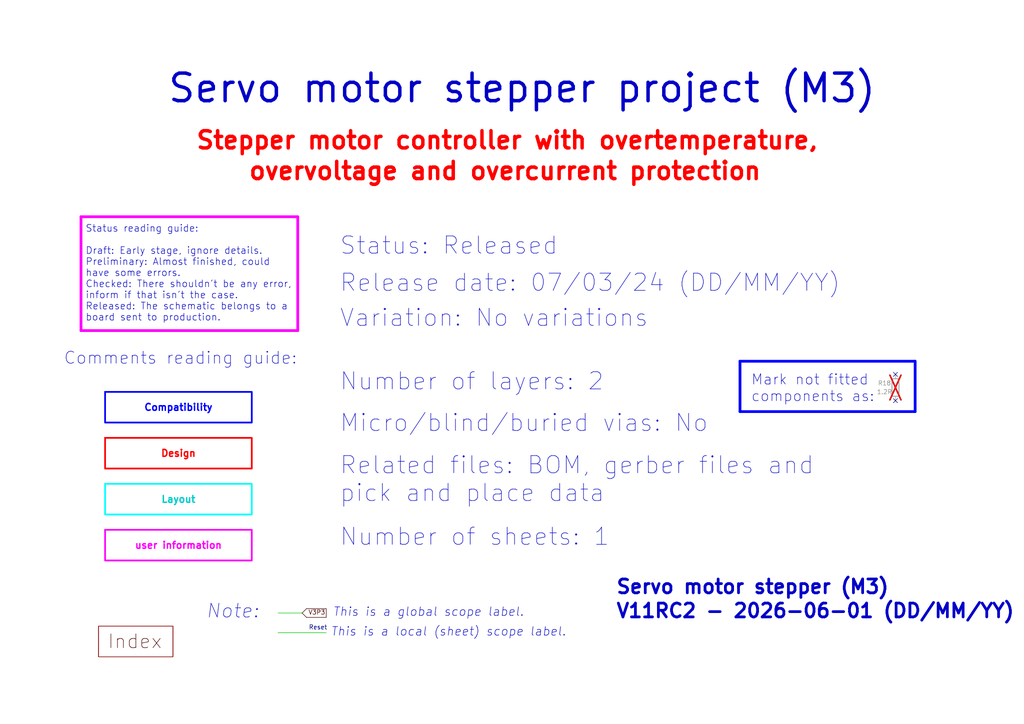
<source format=kicad_sch>
(kicad_sch (version 20231120) (generator "eeschema") (generator_version "8.0")
  (paper "A4")
  (title_block (title "Servo motor stepper - M3  project") (date "2024-10-15") (rev "V11RC2"))
  (lib_symbols
    (symbol "Device:R" (pin_numbers hide) (pin_names (offset 0))
      (property "Reference" "R" (at 2.032 0 90))
      (property "Value" "R" (at 0 0 90))
      (symbol "R_0_1"
        (rectangle (start -1.016 -2.54) (end 1.016 2.54) (stroke (width 0.254)))
      )
      (symbol "R_1_1"
        (pin passive line (at 0 3.81 270) (length 1.27) (name "~") (number "1"))
        (pin passive line (at 0 -3.81 90) (length 1.27) (name "~") (number "2"))
      )
    )
  )
  (no_connect (at 259.715 108.585))
  (no_connect (at 259.715 116.205))
  (polyline (pts (xy 88.9 176.53) (xy 94.615 176.53)) (stroke (width 0) (color 72 0 0 1)))
  (polyline (pts (xy 214.63 104.775) (xy 265.43 104.775)) (stroke (width 0.8) (type solid) (color 0 0 255 1)))
  (polyline (pts (xy 23.495 95.885) (xy 23.495 62.865)) (stroke (width 0.8) (color 255 0 255 1)))
  (polyline (pts (xy 80.645 177.8) (xy 87.63 177.8)) (stroke (width 0) (color 0 194 0 1)))
  (polyline (pts (xy 87.63 177.8) (xy 88.9 179.07)) (stroke (width 0) (color 72 0 0 1)))
  (polyline (pts (xy 86.36 95.885) (xy 23.495 95.885)) (stroke (width 0.8) (color 255 0 255 1)))
  (polyline (pts (xy 265.43 119.38) (xy 214.63 119.38)) (stroke (width 0.8) (type solid) (color 0 0 255 1)))
  (polyline (pts (xy 265.43 104.775) (xy 265.43 119.38)) (stroke (width 0.8) (type solid) (color 0 0 255 1)))
  (polyline (pts (xy 88.9 179.07) (xy 94.615 179.07)) (stroke (width 0) (color 72 0 0 1)))
  (polyline (pts (xy 23.495 62.865) (xy 86.36 62.865)) (stroke (width 0.8) (color 255 0 255 1)))
  (polyline (pts (xy 80.645 183.515) (xy 94.615 183.515)) (stroke (width 0) (color 0 194 0 1)))
  (polyline (pts (xy 86.36 62.865) (xy 86.36 95.885)) (stroke (width 0.8) (color 255 0 255 1)))
  (polyline (pts (xy 94.615 176.53) (xy 94.615 179.07)) (stroke (width 0) (color 72 0 0 1)))
  (polyline (pts (xy 214.63 119.38) (xy 214.63 104.775)) (stroke (width 0.8) (type solid) (color 0 0 255 1)))
  (polyline (pts (xy 87.63 177.8) (xy 88.9 176.53)) (stroke (width 0) (color 72 0 0 1)))
  (text_box "Design" (at 30.48 127 0) (size 42.545 8.89) (stroke (width 0.5) (color 255 0 0 1)) (effects (font (size 2 2) (thickness 0.4) (bold yes))))
  (text_box "user information" (at 30.48 153.67 0) (size 42.545 8.89) (stroke (width 0.5) (color 255 0 255 1)) (effects (font (size 2 2) (thickness 0.4) (bold yes))))
  (text_box "Compatibility" (at 30.48 113.665 0) (size 42.545 8.89) (stroke (width 0.5) (color 0 0 255 1)) (effects (font (size 2 2) (thickness 0.4) (bold yes))))
  (text_box "Layout" (at 30.48 140.335 0) (size 42.545 8.89) (stroke (width 0.5) (color 0 255 255 1)) (effects (font (size 2 2) (thickness 0.4) (bold yes))))
  (text "Variation: No variations" (at 98.425 95.25 0) (effects (font (size 5 5)) (justify left bottom)))
  (text "${REVISION} - ${CURRENT_DATE} (DD/MM/YY)" (at 178.435 179.705 0) (effects (font (size 4 4) (thickness 0.8) (bold yes)) (justify left bottom)))
  (text "Status reading guide:\n\nDraft: Early stage, ignore details.\nPreliminary: Almost finished, could\nhave some errors.\nChecked: There shouldn't be any error,\ninform if that isn't the case.\nReleased: The schematic belongs to a \nboard sent to production." (at 24.765 93.345 0) (effects (font (size 2 2)) (justify left bottom)))
  (text "Servo motor stepper project (M3)" (at 48.26 30.48 0) (effects (font (size 8 8) (thickness 1) (bold yes)) (justify left bottom)))
  (text "This is a global scope label." (at 96.52 179.07 0) (effects (font (size 2.5 2.5) (italic yes)) (justify left bottom)))
  (text "Micro/blind/buried vias: No" (at 98.425 125.73 0) (effects (font (size 5 5)) (justify left bottom)))
  (text "Status: Released" (at 98.425 74.295 0) (effects (font (size 5 5)) (justify left bottom)))
  (text "Comments reading guide:" (at 18.415 106.045 0) (effects (font (size 3.5 3.5)) (justify left bottom)))
  (text "overvoltage and overcurrent protection" (at 71.755 52.705 0) (effects (font (size 5 5) (thickness 1) (bold yes)) (justify left bottom)))
  (text "Reset" (at 89.535 182.88 0) (effects (font (size 1.27 1.27)) (justify left bottom)))
  (text "Note:" (at 59.69 179.705 0) (effects (font (size 4 4) (italic yes)) (justify left bottom)))
  (text "Stepper motor controller with overtemperature," (at 56.515 43.815 0) (effects (font (size 5 5) (thickness 1) (bold yes)) (justify left bottom)))
  (text "Related files: BOM, gerber files and\npick and place data" (at 98.425 146.05 0) (effects (font (size 5 5)) (justify left bottom)))
  (text "Number of sheets: 1" (at 98.425 158.75 0) (effects (font (size 5 5)) (justify left bottom)))
  (text "This is a local (sheet) scope label." (at 95.885 184.785 0) (effects (font (size 2.5 2.5) (italic yes)) (justify left bottom)))
  (text "Index" (at 31.115 188.595 0) (effects (font (size 4 4)) (justify left bottom)))
  (text "Mark not fitted\ncomponents as:" (at 217.805 116.84 0) (effects (font (size 3 3)) (justify left bottom)))
  (text "Number of layers: 2" (at 98.425 113.665 0) (effects (font (size 5 5)) (justify left bottom)))
  (text "Release date: 07/03/24 (DD/MM/YY)" (at 98.425 85.09 0) (effects (font (size 5 5)) (justify left bottom)))
  (text "V3P3" (at 89.408 178.562 0) (effects (font (size 1.27 1.27)) (justify left bottom)))
  (text "Servo motor stepper (M3)" (at 178.435 172.72 0) (effects (font (size 4 4) (thickness 0.8) (bold yes)) (justify left bottom)))
  (symbol (lib_id "Device:R") (at 259.715 112.395 0) (unit 1) (exclude_from_sim yes) (in_bom no) (on_board no) (dnp yes)
    (property "Reference" "R18" (at 256.54 111.125 0))
    (property "Value" "1.2R" (at 256.54 113.665 0))
    (property "Footprint" "Resistor_SMD:R_0402_1005Metric" (effects (hide yes)))
  )
  (sheet (at 28.575 181.61) (size 21.59 8.89) (stroke (width 0.1524))
    (property "Sheetname" "index" (effects (hide yes)))
    (property "Sheetfile" "index.kicad_sch" (effects (hide yes)))
  )
)
</source>
